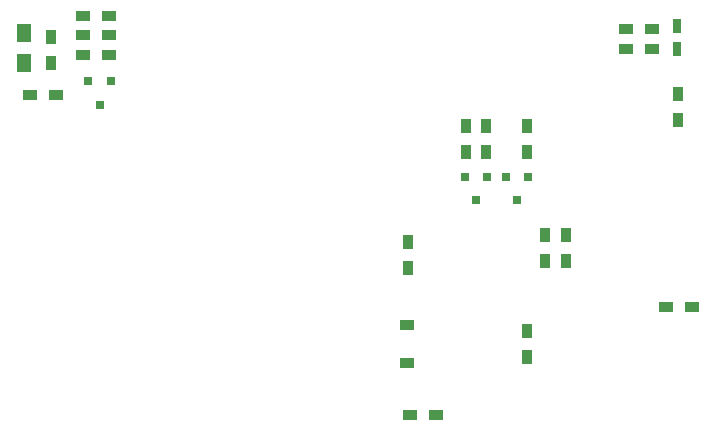
<source format=gtp>
G04 #@! TF.FileFunction,Paste,Top*
%FSLAX46Y46*%
G04 Gerber Fmt 4.6, Leading zero omitted, Abs format (unit mm)*
G04 Created by KiCad (PCBNEW 4.0.4+dfsg1-stable) date Thu Dec 22 13:39:03 2016*
%MOMM*%
%LPD*%
G01*
G04 APERTURE LIST*
%ADD10C,0.100000*%
%ADD11R,0.800100X0.800100*%
%ADD12R,0.750000X1.200000*%
%ADD13R,0.900000X1.200000*%
%ADD14R,1.200000X0.900000*%
%ADD15R,1.250000X1.500000*%
%ADD16R,1.220000X0.910000*%
G04 APERTURE END LIST*
D10*
D11*
X110810000Y-82819240D03*
X108910000Y-82819240D03*
X109860000Y-84818220D03*
D12*
X158750000Y-80050000D03*
X158750000Y-78150000D03*
D13*
X158820000Y-83860000D03*
X158820000Y-86060000D03*
D14*
X156600000Y-80100000D03*
X154400000Y-80100000D03*
X156600000Y-78350000D03*
X154400000Y-78350000D03*
D15*
X103490000Y-81220000D03*
X103490000Y-78720000D03*
D14*
X106130000Y-83960000D03*
X103930000Y-83960000D03*
D13*
X105710000Y-79020000D03*
X105710000Y-81220000D03*
X140900000Y-86600000D03*
X140900000Y-88800000D03*
X142600000Y-88800000D03*
X142600000Y-86600000D03*
D11*
X142650000Y-90899240D03*
X140750000Y-90899240D03*
X141700000Y-92898220D03*
X146150000Y-90899240D03*
X144250000Y-90899240D03*
X145200000Y-92898220D03*
D14*
X108430000Y-77270000D03*
X110630000Y-77270000D03*
X108430000Y-78930000D03*
X110630000Y-78930000D03*
X108430000Y-80600000D03*
X110630000Y-80600000D03*
D13*
X146000000Y-88800000D03*
X146000000Y-86600000D03*
X146006000Y-106142000D03*
X146006000Y-103942000D03*
X135980000Y-98580000D03*
X135980000Y-96380000D03*
X147530000Y-95814000D03*
X147530000Y-98014000D03*
X149308000Y-95814000D03*
X149308000Y-98014000D03*
D14*
X157800000Y-101900000D03*
X160000000Y-101900000D03*
D16*
X135900000Y-103425000D03*
X135900000Y-106695000D03*
D14*
X136100000Y-111100000D03*
X138300000Y-111100000D03*
M02*

</source>
